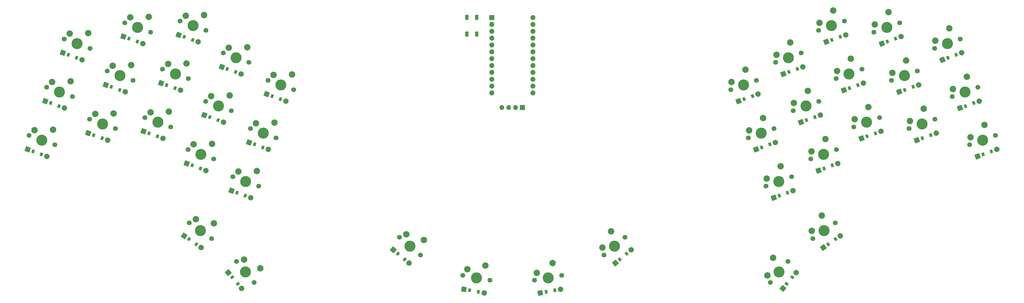
<source format=gbr>
%TF.GenerationSoftware,KiCad,Pcbnew,8.0.1*%
%TF.CreationDate,2024-05-01T11:59:16+09:00*%
%TF.ProjectId,pcb_plate,7063625f-706c-4617-9465-2e6b69636164,v1.0.0*%
%TF.SameCoordinates,Original*%
%TF.FileFunction,Soldermask,Top*%
%TF.FilePolarity,Negative*%
%FSLAX46Y46*%
G04 Gerber Fmt 4.6, Leading zero omitted, Abs format (unit mm)*
G04 Created by KiCad (PCBNEW 8.0.1) date 2024-05-01 11:59:16*
%MOMM*%
%LPD*%
G01*
G04 APERTURE LIST*
G04 Aperture macros list*
%AMRoundRect*
0 Rectangle with rounded corners*
0 $1 Rounding radius*
0 $2 $3 $4 $5 $6 $7 $8 $9 X,Y pos of 4 corners*
0 Add a 4 corners polygon primitive as box body*
4,1,4,$2,$3,$4,$5,$6,$7,$8,$9,$2,$3,0*
0 Add four circle primitives for the rounded corners*
1,1,$1+$1,$2,$3*
1,1,$1+$1,$4,$5*
1,1,$1+$1,$6,$7*
1,1,$1+$1,$8,$9*
0 Add four rect primitives between the rounded corners*
20,1,$1+$1,$2,$3,$4,$5,0*
20,1,$1+$1,$4,$5,$6,$7,0*
20,1,$1+$1,$6,$7,$8,$9,0*
20,1,$1+$1,$8,$9,$2,$3,0*%
G04 Aperture macros list end*
%ADD10RoundRect,0.050000X-0.550000X0.900000X-0.550000X-0.900000X0.550000X-0.900000X0.550000X0.900000X0*%
%ADD11RoundRect,0.050000X-1.139443X-0.531331X0.531331X-1.139443X1.139443X0.531331X-0.531331X1.139443X0*%
%ADD12RoundRect,0.050000X-0.628074X-0.409907X0.217650X-0.717725X0.628074X0.409907X-0.217650X0.717725X0*%
%ADD13C,2.005000*%
%ADD14RoundRect,0.050000X-0.531331X-1.139443X1.139443X-0.531331X0.531331X1.139443X-1.139443X0.531331X0*%
%ADD15RoundRect,0.050000X-0.217650X-0.717725X0.628074X-0.409907X0.217650X0.717725X-0.628074X0.409907X0*%
%ADD16C,1.801800*%
%ADD17C,4.087800*%
%ADD18C,2.386000*%
%ADD19RoundRect,0.050000X-1.252452X0.109575X-0.109575X-1.252452X1.252452X-0.109575X0.109575X1.252452X0*%
%ADD20RoundRect,0.050000X-0.748881X-0.040953X-0.170372X-0.730393X0.748881X0.040953X0.170372X0.730393X0*%
%ADD21RoundRect,0.050000X-0.218317X-1.238136X1.238136X-0.218317X0.218317X1.238136X-1.238136X0.218317X0*%
%ADD22RoundRect,0.050000X-0.024473X-0.749601X0.712764X-0.233382X0.024473X0.749601X-0.712764X0.233382X0*%
%ADD23RoundRect,0.050000X-0.109575X-1.252452X1.252452X-0.109575X0.109575X1.252452X-1.252452X0.109575X0*%
%ADD24RoundRect,0.050000X0.040953X-0.748881X0.730393X-0.170372X-0.040953X0.748881X-0.730393X0.170372X0*%
%ADD25RoundRect,0.050000X-0.850000X-0.850000X0.850000X-0.850000X0.850000X0.850000X-0.850000X0.850000X0*%
%ADD26O,1.800000X1.800000*%
%ADD27RoundRect,0.050000X0.109575X-1.252452X1.252452X0.109575X-0.109575X1.252452X-1.252452X-0.109575X0*%
%ADD28RoundRect,0.050000X0.170372X-0.730393X0.748881X-0.040953X-0.170372X0.730393X-0.748881X0.040953X0*%
%ADD29RoundRect,0.050000X-1.029867X-0.721121X0.721121X-1.029867X1.029867X0.721121X-0.721121X1.029867X0*%
%ADD30RoundRect,0.050000X-0.547352X-0.512743X0.338975X-0.669026X0.547352X0.512743X-0.338975X0.669026X0*%
%ADD31RoundRect,0.050000X-1.252452X-0.109575X0.109575X-1.252452X1.252452X0.109575X-0.109575X1.252452X0*%
%ADD32RoundRect,0.050000X-0.730393X-0.170372X-0.040953X-0.748881X0.730393X0.170372X0.040953X0.748881X0*%
%ADD33RoundRect,0.050000X-0.876300X0.876300X-0.876300X-0.876300X0.876300X-0.876300X0.876300X0.876300X0*%
%ADD34C,1.852600*%
%ADD35RoundRect,0.050000X-1.238136X-0.218317X0.218317X-1.238136X1.238136X0.218317X-0.218317X1.238136X0*%
%ADD36RoundRect,0.050000X-0.712764X-0.233382X0.024473X-0.749601X0.712764X0.233382X-0.024473X0.749601X0*%
%ADD37RoundRect,0.050000X-0.721121X-1.029867X1.029867X-0.721121X0.721121X1.029867X-1.029867X0.721121X0*%
%ADD38RoundRect,0.050000X-0.338975X-0.669026X0.547352X-0.512743X0.338975X0.669026X-0.547352X0.512743X0*%
G04 APERTURE END LIST*
D10*
%TO.C,B1*%
X199070001Y-89225774D03*
X199070001Y-95425774D03*
X195370001Y-89225774D03*
X195370001Y-95425774D03*
%TD*%
D11*
%TO.C,D4*%
X55121814Y-132168397D03*
D12*
X57151549Y-132907162D03*
X60252535Y-134035826D03*
D13*
X62282270Y-134774591D03*
%TD*%
D14*
%TO.C,D29*%
X325703889Y-146015449D03*
D15*
X327733626Y-145276684D03*
X330834608Y-144148020D03*
D13*
X332864345Y-143409255D03*
%TD*%
D14*
%TO.C,D26*%
X341650387Y-134129620D03*
D15*
X343680124Y-133390855D03*
X346781106Y-132262191D03*
D13*
X348810843Y-131523426D03*
%TD*%
D16*
%TO.C,S38*%
X220510783Y-186702400D03*
D17*
X225513607Y-185820266D03*
D16*
X230516431Y-184938132D03*
D18*
X227132887Y-180376374D03*
X221320423Y-183980452D03*
%TD*%
D16*
%TO.C,S36*%
X307835854Y-187501123D03*
D17*
X311101215Y-183609617D03*
D16*
X314366576Y-179718111D03*
D18*
X308842388Y-178398502D03*
X306706441Y-184895563D03*
%TD*%
D14*
%TO.C,D27*%
X335134902Y-116228473D03*
D15*
X337164639Y-115489708D03*
X340265621Y-114361044D03*
D13*
X342295358Y-113622279D03*
%TD*%
D16*
%TO.C,S30*%
X316284894Y-123850208D03*
D17*
X321058533Y-122112746D03*
D16*
X325832172Y-120375284D03*
D18*
X321707891Y-116470374D03*
X316609574Y-121029020D03*
%TD*%
D11*
%TO.C,D12*%
X104606625Y-107606962D03*
D12*
X106636360Y-108345727D03*
X109737346Y-109474391D03*
D13*
X111767081Y-110213156D03*
%TD*%
D16*
%TO.C,S11*%
X98607830Y-120375285D03*
D17*
X103381469Y-122112747D03*
D16*
X108155108Y-123850209D03*
D18*
X107505751Y-118207838D03*
X100669973Y-118422829D03*
%TD*%
D19*
%TO.C,D17*%
X107059539Y-183904927D03*
D20*
X108447959Y-185559584D03*
X110569161Y-188087528D03*
D13*
X111957581Y-189742185D03*
%TD*%
D14*
%TO.C,D28*%
X328619415Y-98327335D03*
D15*
X330649152Y-97588570D03*
X333750134Y-96459906D03*
D13*
X335779871Y-95721141D03*
%TD*%
D14*
%TO.C,D34*%
X296074877Y-120308879D03*
D15*
X298104614Y-119570114D03*
X301205596Y-118441450D03*
D13*
X303235333Y-117702685D03*
%TD*%
D21*
%TO.C,D35*%
X327492037Y-174614320D03*
D22*
X329261407Y-173375393D03*
X331964605Y-171482595D03*
D13*
X333733975Y-170243668D03*
%TD*%
D14*
%TO.C,D20*%
X384619705Y-140789919D03*
D15*
X386649442Y-140051154D03*
X389750424Y-138922490D03*
D13*
X391780161Y-138183725D03*
%TD*%
D16*
%TO.C,S2*%
X39692004Y-115149745D03*
D17*
X44465643Y-116887207D03*
D16*
X49239282Y-118624669D03*
D18*
X48589925Y-112982298D03*
X41754147Y-113197289D03*
%TD*%
D16*
%TO.C,S25*%
X346223247Y-94708215D03*
D17*
X350996886Y-92970753D03*
D16*
X355770525Y-91233291D03*
D18*
X351646244Y-87328381D03*
X346547927Y-91887027D03*
%TD*%
D11*
%TO.C,D14*%
X114689189Y-135603827D03*
D12*
X116718924Y-136342592D03*
X119819910Y-137471256D03*
D13*
X121849645Y-138210021D03*
%TD*%
D23*
%TO.C,D37*%
X250436523Y-180363857D03*
D24*
X252091180Y-178975437D03*
X254619124Y-176854235D03*
D13*
X256273781Y-175465815D03*
%TD*%
D25*
%TO.C,OLED1*%
X216020000Y-122707314D03*
D26*
X213480000Y-122707314D03*
X210939998Y-122707315D03*
X208400000Y-122707314D03*
%TD*%
D16*
%TO.C,S3*%
X46207495Y-97248599D03*
D17*
X50981134Y-98986061D03*
D16*
X55754773Y-100723523D03*
D18*
X55105416Y-95081152D03*
X48269638Y-95296143D03*
%TD*%
D16*
%TO.C,S21*%
X375200714Y-118624672D03*
D17*
X379974353Y-116887210D03*
D16*
X384747992Y-115149748D03*
D18*
X380623711Y-111244838D03*
X375525394Y-115803484D03*
%TD*%
D16*
%TO.C,S29*%
X322800376Y-141751356D03*
D17*
X327574015Y-140013894D03*
D16*
X332347654Y-138276432D03*
D18*
X328223373Y-134371522D03*
X323125056Y-138930168D03*
%TD*%
D16*
%TO.C,S12*%
X105123311Y-102474139D03*
D17*
X109896950Y-104211601D03*
D16*
X114670589Y-105949063D03*
D18*
X114021232Y-100306692D03*
X107185454Y-100521683D03*
%TD*%
D11*
%TO.C,D7*%
X75629153Y-131523435D03*
D12*
X77658888Y-132262200D03*
X80759874Y-133390864D03*
D13*
X82789609Y-134129629D03*
%TD*%
D16*
%TO.C,S13*%
X108690392Y-148372136D03*
D17*
X113464031Y-150109598D03*
D16*
X118237670Y-151847060D03*
D18*
X117588313Y-146204689D03*
X110752535Y-146419680D03*
%TD*%
D16*
%TO.C,S32*%
X306202330Y-151847067D03*
D17*
X310975969Y-150109605D03*
D16*
X315749608Y-148372143D03*
D18*
X311625327Y-144467233D03*
X306527010Y-149025879D03*
%TD*%
D16*
%TO.C,S31*%
X309769406Y-105949063D03*
D17*
X314543045Y-104211601D03*
D16*
X319316684Y-102474139D03*
D18*
X315192403Y-98569229D03*
X310094086Y-103127875D03*
%TD*%
D16*
%TO.C,S27*%
X332231390Y-111964378D03*
D17*
X337005029Y-110226916D03*
D16*
X341778668Y-108489454D03*
D18*
X337654387Y-104584544D03*
X332556070Y-109143190D03*
%TD*%
D16*
%TO.C,S5*%
X62153992Y-109134429D03*
D17*
X66927631Y-110871891D03*
D16*
X71701270Y-112609353D03*
D18*
X71051913Y-106966982D03*
X64216135Y-107181973D03*
%TD*%
D11*
%TO.C,D1*%
X32659836Y-138183719D03*
D12*
X34689571Y-138922484D03*
X37790557Y-140051148D03*
D13*
X39820292Y-140789913D03*
%TD*%
D16*
%TO.C,S23*%
X359254218Y-130510496D03*
D17*
X364027857Y-128773034D03*
D16*
X368801496Y-127035572D03*
D18*
X364677215Y-123130662D03*
X359578898Y-127689308D03*
%TD*%
D16*
%TO.C,S4*%
X55638509Y-127035577D03*
D17*
X60412148Y-128773039D03*
D16*
X65185787Y-130510501D03*
D18*
X64536430Y-124868130D03*
X57700652Y-125083121D03*
%TD*%
D16*
%TO.C,S22*%
X368685230Y-100723529D03*
D17*
X373458869Y-98986067D03*
D16*
X378232508Y-97248605D03*
D18*
X374108227Y-93343695D03*
X369009910Y-97902341D03*
%TD*%
D16*
%TO.C,S8*%
X82661334Y-108489457D03*
D17*
X87434973Y-110226919D03*
D16*
X92208612Y-111964381D03*
D18*
X91559255Y-106322010D03*
X84723477Y-106537001D03*
%TD*%
D11*
%TO.C,D15*%
X121204671Y-117702684D03*
D12*
X123234406Y-118441449D03*
X126335392Y-119570113D03*
D13*
X128365127Y-120308878D03*
%TD*%
D14*
%TO.C,D24*%
X355642245Y-116873447D03*
D15*
X357671982Y-116134682D03*
X360772964Y-115006018D03*
D13*
X362802701Y-114267253D03*
%TD*%
D27*
%TO.C,D36*%
X312482418Y-189742183D03*
D28*
X313870837Y-188087528D03*
X315992041Y-185559580D03*
D13*
X317380460Y-183904925D03*
%TD*%
D16*
%TO.C,S9*%
X89176812Y-90588313D03*
D17*
X93950451Y-92325775D03*
D16*
X98724090Y-94063237D03*
D18*
X98074733Y-88420866D03*
X91238955Y-88635857D03*
%TD*%
D16*
%TO.C,S28*%
X325715906Y-94063233D03*
D17*
X330489545Y-92325771D03*
D16*
X335263184Y-90588309D03*
D18*
X331138903Y-86683399D03*
X326040586Y-91242045D03*
%TD*%
D14*
%TO.C,D33*%
X302590356Y-138210017D03*
D15*
X304620093Y-137471252D03*
X307721075Y-136342588D03*
D13*
X309750812Y-135603823D03*
%TD*%
D14*
%TO.C,D21*%
X378104223Y-122888771D03*
D15*
X380133960Y-122150006D03*
X383234942Y-121021342D03*
D13*
X385264679Y-120282577D03*
%TD*%
D16*
%TO.C,S19*%
X193923560Y-184938134D03*
D17*
X198926383Y-185820268D03*
D16*
X203929206Y-186702402D03*
D18*
X202309926Y-181258510D03*
X195615333Y-182657257D03*
%TD*%
D11*
%TO.C,D9*%
X88660128Y-95721143D03*
D12*
X90689863Y-96459908D03*
X93790849Y-97588572D03*
D13*
X95820584Y-98327337D03*
%TD*%
D16*
%TO.C,S18*%
X170407282Y-170819253D03*
D17*
X174298788Y-174084614D03*
D16*
X178190294Y-177349975D03*
D18*
X179509903Y-171825787D03*
X173012842Y-169689840D03*
%TD*%
D29*
%TO.C,D19*%
X194306030Y-190082699D03*
D30*
X196433214Y-190457782D03*
X199683080Y-191030818D03*
D13*
X201810264Y-191405901D03*
%TD*%
D16*
%TO.C,S10*%
X92092341Y-138276428D03*
D17*
X96865980Y-140013890D03*
D16*
X101639619Y-141751352D03*
D18*
X100990262Y-136108981D03*
X94154484Y-136323972D03*
%TD*%
D16*
%TO.C,S20*%
X381716200Y-136525815D03*
D17*
X386489839Y-134788353D03*
D16*
X391263478Y-133050891D03*
D18*
X387139197Y-129145981D03*
X382040880Y-133704627D03*
%TD*%
D11*
%TO.C,D13*%
X108173703Y-153504969D03*
D12*
X110203438Y-154243734D03*
X113304424Y-155372398D03*
D13*
X115334159Y-156111163D03*
%TD*%
D14*
%TO.C,D30*%
X319188405Y-128114307D03*
D15*
X321218142Y-127375542D03*
X324319124Y-126246878D03*
D13*
X326348861Y-125508113D03*
%TD*%
D31*
%TO.C,D18*%
X168166225Y-175465823D03*
D32*
X169820880Y-176854242D03*
X172348828Y-178975446D03*
D13*
X174003483Y-180363865D03*
%TD*%
D16*
%TO.C,S16*%
X92533588Y-165419469D03*
D17*
X96694880Y-168333237D03*
D16*
X100856172Y-171247005D03*
D18*
X101689295Y-165628828D03*
X95030798Y-164067264D03*
%TD*%
D33*
%TO.C,MCU1*%
X204600004Y-89337315D03*
D34*
X204600005Y-91877314D03*
X204600004Y-94417311D03*
X204600003Y-96957312D03*
X204600005Y-99497312D03*
X204600004Y-102037313D03*
X204600004Y-104577313D03*
X204600005Y-107117314D03*
X204600004Y-109657316D03*
X204600004Y-112197315D03*
X204600006Y-114737313D03*
X204600004Y-117277309D03*
X219840004Y-89337317D03*
X219840002Y-91877313D03*
X219840004Y-94417311D03*
X219840004Y-96957310D03*
X219840003Y-99497312D03*
X219840004Y-102037313D03*
X219840004Y-104577313D03*
X219840003Y-107117314D03*
X219840005Y-109657314D03*
X219840004Y-112197315D03*
X219840003Y-114737312D03*
X219840004Y-117277311D03*
%TD*%
D11*
%TO.C,D11*%
X98091145Y-125508112D03*
D12*
X100120880Y-126246877D03*
X103221866Y-127375541D03*
D13*
X105251601Y-128114306D03*
%TD*%
D14*
%TO.C,D23*%
X362157725Y-134774600D03*
D15*
X364187462Y-134035835D03*
X367288444Y-132907171D03*
D13*
X369318181Y-132168406D03*
%TD*%
D11*
%TO.C,D3*%
X45690803Y-102381433D03*
D12*
X47720538Y-103120198D03*
X50821524Y-104248862D03*
D13*
X52851259Y-104987627D03*
%TD*%
D14*
%TO.C,D22*%
X371588739Y-104987623D03*
D15*
X373618476Y-104248858D03*
X376719458Y-103120194D03*
D13*
X378749195Y-102381429D03*
%TD*%
D16*
%TO.C,S26*%
X338746877Y-129865520D03*
D17*
X343520516Y-128128058D03*
D16*
X348294155Y-126390596D03*
D18*
X344169874Y-122485686D03*
X339071557Y-127044332D03*
%TD*%
D16*
%TO.C,S7*%
X76145845Y-126390599D03*
D17*
X80919484Y-128128061D03*
D16*
X85693123Y-129865523D03*
D18*
X85043766Y-124223152D03*
X78207988Y-124438143D03*
%TD*%
D11*
%TO.C,D5*%
X61637303Y-114267254D03*
D12*
X63667038Y-115006019D03*
X66768024Y-116134683D03*
D13*
X68797759Y-116873448D03*
%TD*%
D16*
%TO.C,S15*%
X121721357Y-112569847D03*
D17*
X126494996Y-114307309D03*
D16*
X131268635Y-116044771D03*
D18*
X130619278Y-110402400D03*
X123783500Y-110617391D03*
%TD*%
D16*
%TO.C,S24*%
X352738733Y-112609352D03*
D17*
X357512372Y-110871890D03*
D16*
X362286011Y-109134428D03*
D18*
X358161730Y-105229518D03*
X353063413Y-109788164D03*
%TD*%
D16*
%TO.C,S34*%
X293171360Y-116044778D03*
D17*
X297944999Y-114307316D03*
D16*
X302718638Y-112569854D03*
D18*
X298594357Y-108664944D03*
X293496040Y-113223590D03*
%TD*%
D14*
%TO.C,D31*%
X312672918Y-110213159D03*
D15*
X314702655Y-109474394D03*
X317803637Y-108345730D03*
D13*
X319833374Y-107606965D03*
%TD*%
D11*
%TO.C,D8*%
X82144641Y-113622283D03*
D12*
X84174376Y-114361048D03*
X87275362Y-115489712D03*
D13*
X89305097Y-116228477D03*
%TD*%
D35*
%TO.C,D16*%
X90706033Y-170243670D03*
D36*
X92475401Y-171482596D03*
X95178603Y-173375396D03*
D13*
X96947971Y-174614322D03*
%TD*%
D16*
%TO.C,S35*%
X323583828Y-171247005D03*
D17*
X327745120Y-168333237D03*
D16*
X331906412Y-165419469D03*
D18*
X326911996Y-162715058D03*
X323167267Y-168437914D03*
%TD*%
D16*
%TO.C,S17*%
X110073427Y-179718113D03*
D17*
X113338788Y-183609619D03*
D16*
X116604149Y-187501125D03*
D18*
X118862976Y-182290011D03*
X112835523Y-179058309D03*
%TD*%
D16*
%TO.C,S37*%
X246249700Y-177349975D03*
D17*
X250141206Y-174084614D03*
D16*
X254032712Y-170819253D03*
D18*
X248821598Y-168560426D03*
X245589896Y-174587879D03*
%TD*%
D14*
%TO.C,D32*%
X309105834Y-156111165D03*
D15*
X311135571Y-155372400D03*
X314236553Y-154243736D03*
D13*
X316266290Y-153504971D03*
%TD*%
D37*
%TO.C,D38*%
X222629731Y-191405904D03*
D38*
X224756917Y-191030820D03*
X228006779Y-190457786D03*
D13*
X230133965Y-190082702D03*
%TD*%
D16*
%TO.C,S33*%
X299686840Y-133945921D03*
D17*
X304460479Y-132208459D03*
D16*
X309234118Y-130470997D03*
D18*
X305109837Y-126566087D03*
X300011520Y-131124733D03*
%TD*%
D11*
%TO.C,D10*%
X91575664Y-143409257D03*
D12*
X93605399Y-144148022D03*
X96706385Y-145276686D03*
D13*
X98736120Y-146015451D03*
%TD*%
D16*
%TO.C,S6*%
X68669473Y-91233286D03*
D17*
X73443112Y-92970748D03*
D16*
X78216751Y-94708210D03*
D18*
X77567394Y-89065839D03*
X70731616Y-89280830D03*
%TD*%
D16*
%TO.C,S1*%
X33176525Y-133050896D03*
D17*
X37950164Y-134788358D03*
D16*
X42723803Y-136525820D03*
D18*
X42074446Y-130883449D03*
X35238668Y-131098440D03*
%TD*%
D11*
%TO.C,D2*%
X39175318Y-120282575D03*
D12*
X41205053Y-121021340D03*
X44306039Y-122150004D03*
D13*
X46335774Y-122888769D03*
%TD*%
D14*
%TO.C,D25*%
X349126758Y-98972306D03*
D15*
X351156495Y-98233541D03*
X354257477Y-97104877D03*
D13*
X356287214Y-96366112D03*
%TD*%
D11*
%TO.C,D6*%
X68152787Y-96366117D03*
D12*
X70182522Y-97104882D03*
X73283508Y-98233546D03*
D13*
X75313243Y-98972311D03*
%TD*%
D16*
%TO.C,S14*%
X115205874Y-130470995D03*
D17*
X119979513Y-132208457D03*
D16*
X124753152Y-133945919D03*
D18*
X124103795Y-128303548D03*
X117268017Y-128518539D03*
%TD*%
M02*

</source>
